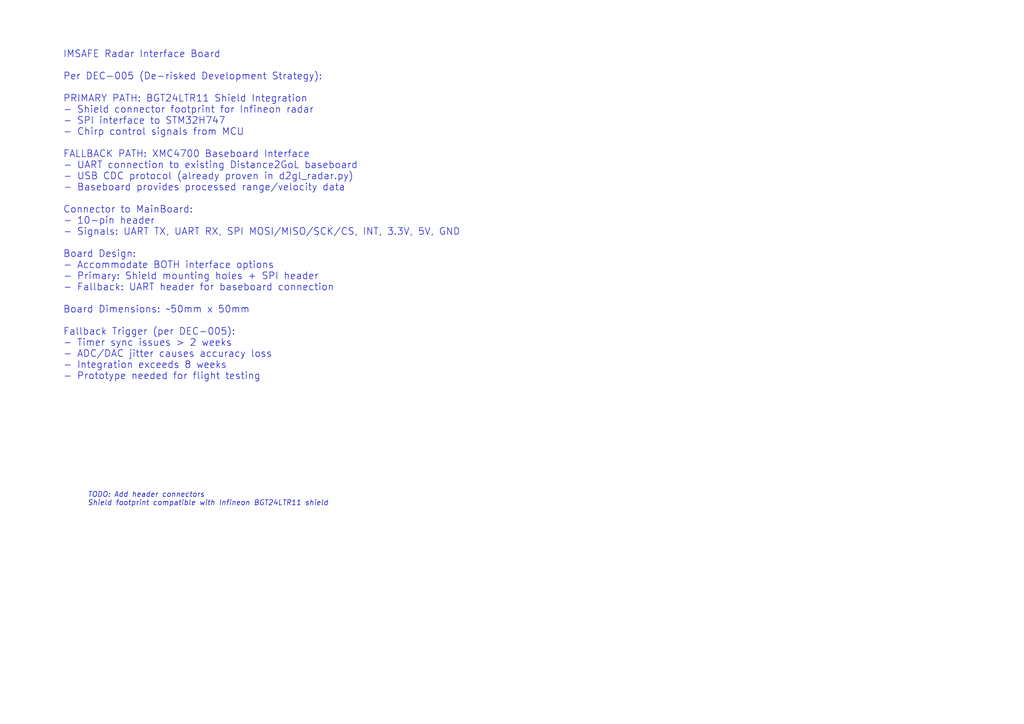
<source format=kicad_sch>
(kicad_sch
	(version 20250114)
	(generator "eeschema")
	(generator_version "9.0")
	(uuid "f7e3fb9b-89fb-4f09-bc7b-15fa0f59076a")
	(paper "A4")
	(title_block
		(title "IMSAFE Radar Interface")
		(date "2026-01-28")
		(rev "0.1")
		(company "IMSAFE Project")
		(comment 1 "BGT24LTR11 Integration / XMC4700 Fallback")
		(comment 2 "Per DEC-005 De-risked Strategy")
	)
	(lib_symbols)
	(text "TODO: Add header connectors\nShield footprint compatible with Infineon BGT24LTR11 shield"
		(exclude_from_sim no)
		(at 25.4 144.78 0)
		(effects
			(font
				(size 1.5 1.5)
				(italic yes)
			)
			(justify left)
		)
		(uuid "bd202e29-b013-4038-9e8e-ae4b67b0f14b")
	)
	(text "IMSAFE Radar Interface Board\n\nPer DEC-005 (De-risked Development Strategy):\n\nPRIMARY PATH: BGT24LTR11 Shield Integration\n- Shield connector footprint for Infineon radar\n- SPI interface to STM32H747\n- Chirp control signals from MCU\n\nFALLBACK PATH: XMC4700 Baseboard Interface\n- UART connection to existing Distance2GoL baseboard\n- USB CDC protocol (already proven in d2gl_radar.py)\n- Baseboard provides processed range/velocity data\n\nConnector to MainBoard:\n- 10-pin header\n- Signals: UART TX, UART RX, SPI MOSI/MISO/SCK/CS, INT, 3.3V, 5V, GND\n\nBoard Design:\n- Accommodate BOTH interface options\n- Primary: Shield mounting holes + SPI header\n- Fallback: UART header for baseboard connection\n\nBoard Dimensions: ~50mm x 50mm\n\nFallback Trigger (per DEC-005):\n- Timer sync issues > 2 weeks\n- ADC/DAC jitter causes accuracy loss\n- Integration exceeds 8 weeks\n- Prototype needed for flight testing"
		(exclude_from_sim no)
		(at 18.288 62.484 0)
		(effects
			(font
				(size 2 2)
			)
			(justify left)
		)
		(uuid "e072b0f4-aef5-4302-8c42-5990e4c7f82f")
	)
	(sheet_instances
		(path "/"
			(page "1")
		)
	)
	(embedded_fonts no)
)

</source>
